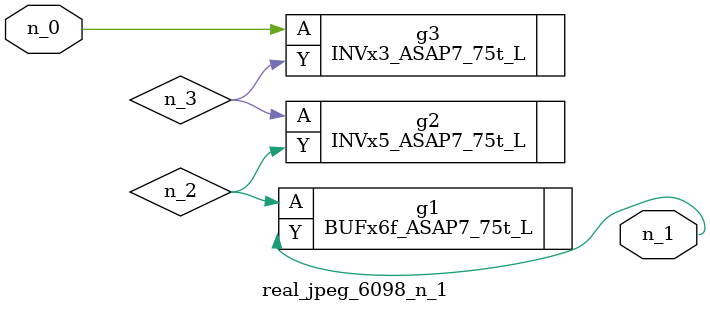
<source format=v>
module real_jpeg_6098_n_1 (n_0, n_1);

input n_0;

output n_1;

wire n_3;
wire n_2;

INVx3_ASAP7_75t_L g3 ( 
.A(n_0),
.Y(n_3)
);

BUFx6f_ASAP7_75t_L g1 ( 
.A(n_2),
.Y(n_1)
);

INVx5_ASAP7_75t_L g2 ( 
.A(n_3),
.Y(n_2)
);


endmodule
</source>
